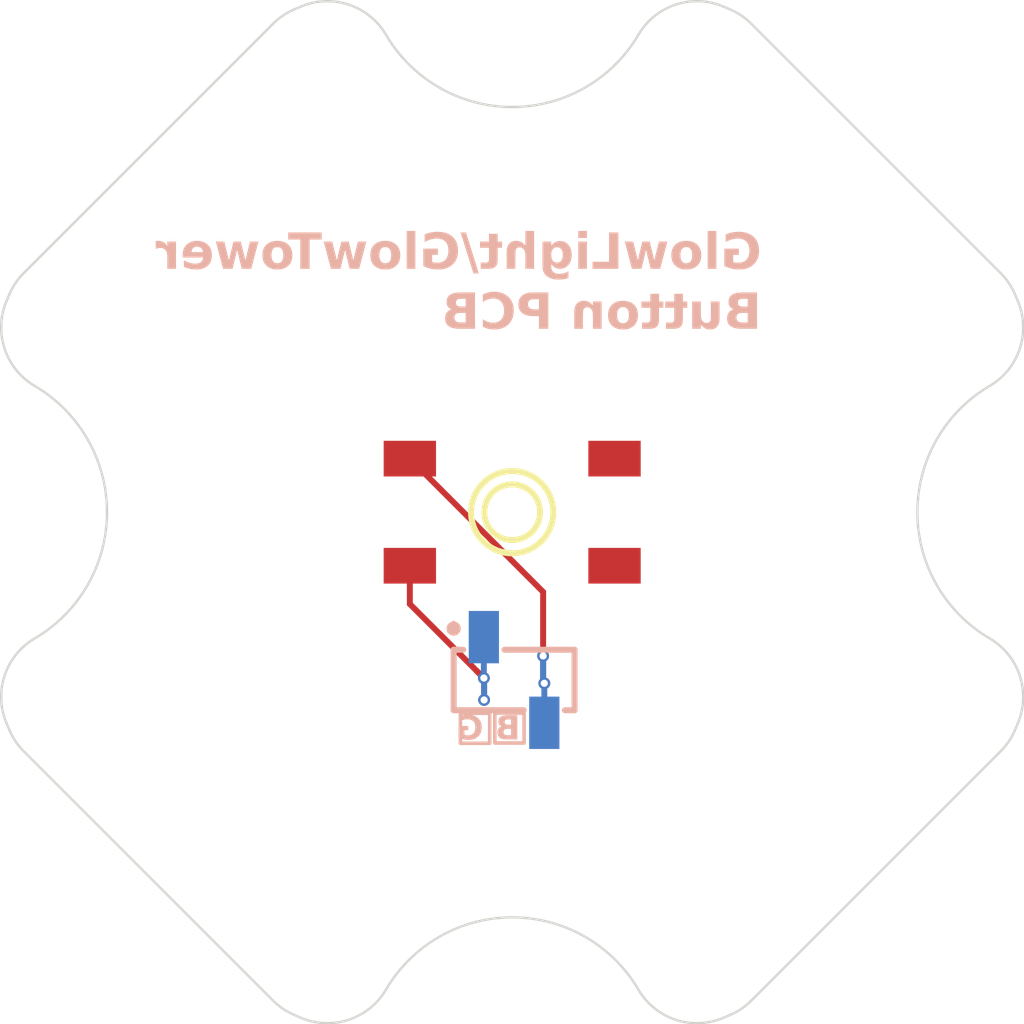
<source format=kicad_pcb>
(kicad_pcb (version 20221018) (generator pcbnew)
  (layers (0 "F.Cu" signal) (31 "B.Cu" signal) (34 "B.Paste" user) (35 "F.Paste" user) (36 "B.SilkS" user "B.Silkscreen") (37 "F.SilkS" user "F.Silkscreen") (38 "B.Mask" user) (39 "F.Mask" user) (44 "Edge.Cuts" user))
  (net 0 "")
  (net 1 "BUTTON")
  (net 3 "GND")
  (footprint "footprint:KEY-SMD_4P-L6.0-W6.0-P4.50-LS8.6" (layer "F.Cu") (at 131.74 86.59995)
    (fp_text reference "SW1" hide)
    (fp_text value "TS-1102S-C-A-B")
    (fp_circle (center 0 -0.000076) (end 1.170942 -0.000076) (stroke (width 0.254)) (fill none) (layer "F.SilkS"))
    (fp_circle (center 0 -0.000076) (end 1.727457 -0.000076) (stroke (width 0.254)) (fill none) (layer "F.SilkS"))
    (pad "1" smd rect locked (at -4.3 -2.250013) (size 2.2 1.5) (layers "F.Cu" "F.Paste" "F.Mask") (net 1 "BUTTON"))
    (pad "2" smd rect locked (at 4.3 -2.250013) (size 2.2 1.5) (layers "F.Cu" "F.Paste" "F.Mask"))
    (pad "3" smd rect locked (at -4.3 2.250114) (size 2.2 1.5) (layers "F.Cu" "F.Paste" "F.Mask") (net 3 "GND"))
    (pad "4" smd rect locked (at 4.3 2.250114) (size 2.2 1.5) (layers "F.Cu" "F.Paste" "F.Mask"))
  )
  (footprint "footprint:HDR-SMD_2P-P2.54_XKB_X6511WVS-02H-C60D48R2" (layer "B.Cu") (at 131.82 93.65)
    (fp_text reference "U1" hide)
    (fp_text value "X6511WVS-02H-C60D48R2")
    (fp_line (start -2.540005 -1.270028) (end -2.540005 1.269977) (stroke (width 0.254)) (layer "B.SilkS"))
    (fp_line (start -2.540005 1.269977) (end 0.403886 1.269977) (stroke (width 0.254)) (layer "B.SilkS"))
    (fp_line (start -2.136119 -1.270028) (end -2.540005 -1.270028) (stroke (width 0.254)) (layer "B.SilkS"))
    (fp_line (start 2.540005 -1.269241) (end -0.403861 -1.269241) (stroke (width 0.254)) (layer "B.SilkS"))
    (fp_line (start 2.540005 1.270765) (end 2.136144 1.270765) (stroke (width 0.254)) (layer "B.SilkS"))
    (fp_line (start 2.540005 1.270765) (end 2.540005 -1.269241) (stroke (width 0.254)) (layer "B.SilkS"))
    (fp_circle (center -2.540005 -2.400127) (end -2.510008 -2.400127) (stroke (width 0.059995)) (fill none) (layer "B.SilkS"))
    (fp_circle (center -2.540005 -2.159004) (end -2.389891 -2.159004) (stroke (width 0.3)) (fill none) (layer "B.SilkS"))
    (pad "1" smd rect locked (at -1.270003 -1.800102) (size 1.270003 2.2) (layers "B.Cu" "B.Paste" "B.Mask") (net 3 "GND"))
    (pad "2" smd rect locked (at 1.270003 1.800102) (size 1.270003 2.2) (layers "B.Cu" "B.Paste" "B.Mask") (net 1 "BUTTON"))
  )
  (gr_rect (start 129.565 95.05) (end 130.795 96.31) (stroke (width 0.15)) (fill none) (layer "B.SilkS"))
  (gr_rect (start 131.01 95.04) (end 132.24 96.3) (stroke (width 0.15)) (fill none) (layer "B.SilkS"))
  (gr_line locked (start 140.906873 65.478467) (end 140.599811 65.347836) (stroke (width 0.1)) (layer "Edge.Cuts"))
  (gr_line locked (start 111.217608 96.647462) (end 121.69254 107.122394) (stroke (width 0.1)) (layer "Edge.Cuts"))
  (gr_arc locked (start 141.787466 107.122394) (mid 141.375405 107.463461) (end 140.906873 107.721531) (stroke (width 0.1)) (layer "Edge.Cuts"))
  (gr_arc locked (start 126.435181 106.66351) (mid 124.880599 107.924513) (end 122.880195 107.852162) (stroke (width 0.1)) (layer "Edge.Cuts"))
  (gr_arc locked (start 152.992166 77.740191) (mid 153.06449 79.740575) (end 151.803514 81.295177) (stroke (width 0.1)) (layer "Edge.Cuts"))
  (gr_arc locked (start 111.217608 96.647462) (mid 110.876538 96.235402) (end 110.618471 95.766869) (stroke (width 0.1)) (layer "Edge.Cuts"))
  (gr_arc locked (start 151.803514 91.904821) (mid 153.064514 93.459402) (end 152.992166 95.459807) (stroke (width 0.1)) (layer "Edge.Cuts"))
  (gr_arc locked (start 137.044825 66.536488) (mid 138.599406 65.275488) (end 140.599811 65.347836) (stroke (width 0.1)) (layer "Edge.Cuts"))
  (gr_arc locked (start 110.618471 77.433129) (mid 110.876538 76.964596) (end 111.217608 76.552536) (stroke (width 0.1)) (layer "Edge.Cuts"))
  (gr_arc locked (start 137.044825 66.536488) (mid 131.740003 69.574999) (end 126.435181 66.536488) (stroke (width 0.1)) (layer "Edge.Cuts"))
  (gr_arc locked (start 152.861535 95.766869) (mid 152.60347 96.235404) (end 152.262398 96.647462) (stroke (width 0.1)) (layer "Edge.Cuts"))
  (gr_line locked (start 152.262398 76.552536) (end 141.787466 66.077604) (stroke (width 0.1)) (layer "Edge.Cuts"))
  (gr_arc locked (start 126.435181 106.66351) (mid 131.740003 103.624999) (end 137.044825 106.66351) (stroke (width 0.1)) (layer "Edge.Cuts"))
  (gr_line locked (start 152.992166 77.740191) (end 152.861535 77.433129) (stroke (width 0.1)) (layer "Edge.Cuts"))
  (gr_arc locked (start 140.906873 65.478467) (mid 141.375408 65.736532) (end 141.787466 66.077604) (stroke (width 0.1)) (layer "Edge.Cuts"))
  (gr_arc locked (start 152.262398 76.552536) (mid 152.603465 76.964597) (end 152.861535 77.433129) (stroke (width 0.1)) (layer "Edge.Cuts"))
  (gr_line locked (start 110.618471 77.433129) (end 110.48784 77.740191) (stroke (width 0.1)) (layer "Edge.Cuts"))
  (gr_arc locked (start 122.573133 107.721531) (mid 122.1046 107.463464) (end 121.69254 107.122394) (stroke (width 0.1)) (layer "Edge.Cuts"))
  (gr_arc locked (start 151.803514 91.904821) (mid 148.765003 86.599999) (end 151.803514 81.295177) (stroke (width 0.1)) (layer "Edge.Cuts"))
  (gr_arc locked (start 110.48784 95.459807) (mid 110.415489 93.459403) (end 111.676492 91.904821) (stroke (width 0.1)) (layer "Edge.Cuts"))
  (gr_arc locked (start 140.599811 107.852162) (mid 138.599404 107.924516) (end 137.044825 106.66351) (stroke (width 0.1)) (layer "Edge.Cuts"))
  (gr_line locked (start 121.69254 66.077604) (end 111.217608 76.552536) (stroke (width 0.1)) (layer "Edge.Cuts"))
  (gr_line locked (start 141.787466 107.122394) (end 152.262398 96.647462) (stroke (width 0.1)) (layer "Edge.Cuts"))
  (gr_line locked (start 152.861535 95.766869) (end 152.992166 95.459807) (stroke (width 0.1)) (layer "Edge.Cuts"))
  (gr_line locked (start 140.599811 107.852162) (end 140.906873 107.721531) (stroke (width 0.1)) (layer "Edge.Cuts"))
  (gr_line locked (start 110.48784 95.459807) (end 110.618471 95.766869) (stroke (width 0.1)) (layer "Edge.Cuts"))
  (gr_arc locked (start 121.69254 66.077604) (mid 122.1046 65.736534) (end 122.573133 65.478467) (stroke (width 0.1)) (layer "Edge.Cuts"))
  (gr_arc locked (start 111.676492 81.295177) (mid 110.415489 79.740595) (end 110.48784 77.740191) (stroke (width 0.1)) (layer "Edge.Cuts"))
  (gr_arc locked (start 111.676492 81.295177) (mid 114.715003 86.599999) (end 111.676492 91.904821) (stroke (width 0.1)) (layer "Edge.Cuts"))
  (gr_line locked (start 122.880195 65.347836) (end 122.573133 65.478467) (stroke (width 0.1)) (layer "Edge.Cuts"))
  (gr_line locked (start 122.573133 107.721531) (end 122.880195 107.852162) (stroke (width 0.1)) (layer "Edge.Cuts"))
  (gr_arc locked (start 122.880195 65.347836) (mid 124.880599 65.275485) (end 126.435181 66.536488) (stroke (width 0.1)) (layer "Edge.Cuts"))
  (gr_text "B G" (at 132.085 96.32) (layer "B.SilkS") (effects (font (size 1 1) (thickness 0.25) bold) (justify left bottom mirror)))
  (gr_text "GlowLight/GlowTower\nButton PCB" (at 142.22 79.15) (layer "B.SilkS") (effects (font (size 1.5 1.5) (thickness 0.25) bold) (justify left bottom mirror)))
  (segment (start 133.04 92.64) (end 133.04 89.949937) (width 0.25) (layer "F.Cu") (net 1))
  (segment (start 133.04 93.739997) (end 133.090003 93.79) (width 0.25) (layer "F.Cu") (net 1))
  (segment (start 133.04 92.64) (end 133.04 93.739997) (width 0.25) (layer "F.Cu") (net 1))
  (segment (start 133.04 89.949937) (end 127.44 84.349937) (width 0.25) (layer "F.Cu") (net 1))
  (via (at 133.04 92.64) (size 0.5) (drill 0.3) (layers "F.Cu" "B.Cu") (net 1))
  (via (at 133.090003 93.79) (size 0.5) (drill 0.3) (layers "F.Cu" "B.Cu") (net 1))
  (segment (start 133.090003 95.450102) (end 133.090003 93.79) (width 0.25) (layer "B.Cu") (net 1))
  (segment (start 133.04 93.739997) (end 133.090003 93.79) (width 0.25) (layer "B.Cu") (net 1))
  (segment (start 133.04 92.64) (end 133.04 93.739997) (width 0.25) (layer "B.Cu") (net 1))
  (segment (start 130.55 93.57) (end 130.24 93.26) (width 0.25) (layer "F.Cu") (net 3))
  (segment (start 130.24 93.26) (end 127.44 90.46) (width 0.25) (layer "F.Cu") (net 3))
  (segment (start 127.44 90.46) (end 127.44 88.850064) (width 0.25) (layer "F.Cu") (net 3))
  (segment (start 130.56 94.49) (end 130.56 93.58) (width 0.25) (layer "F.Cu") (net 3))
  (segment (start 130.56 93.58) (end 130.24 93.26) (width 0.25) (layer "F.Cu") (net 3))
  (via (at 130.56 94.49) (size 0.5) (drill 0.3) (layers "F.Cu" "B.Cu") (net 3))
  (via (at 130.55 93.57) (size 0.5) (drill 0.3) (layers "F.Cu" "B.Cu") (net 3))
  (segment (start 130.549997 93.569997) (end 130.55 93.57) (width 0.25) (layer "B.Cu") (net 3))
  (segment (start 130.56 93.58) (end 130.55 93.57) (width 0.25) (layer "B.Cu") (net 3))
  (segment (start 130.549997 91.849898) (end 130.549997 93.569997) (width 0.25) (layer "B.Cu") (net 3))
  (segment (start 130.56 94.49) (end 130.56 93.58) (width 0.25) (layer "B.Cu") (net 3))
)
</source>
